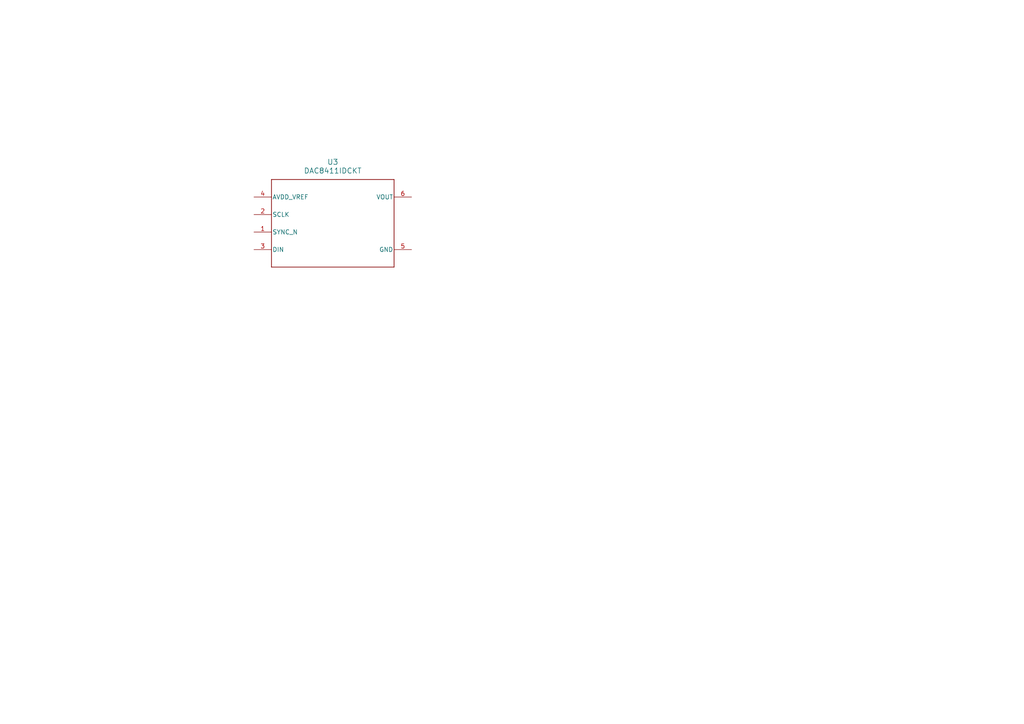
<source format=kicad_sch>
(kicad_sch (version 20231120) (generator "eeschema") (generator_version "8.0")
  (paper "A4")
  (lib_symbols
    (symbol "2024-11-07_20-21-14:DAC8411IDCKT" (pin_names (offset 0.254))
      (property "Reference" "U" (at 0 2.54 0))
      (property "Value" "DAC8411IDCKT" (at 0 0 0))
      (symbol "DAC8411IDCKT_1_1"
        (polyline (pts (xy -17.78 -12.7) (xy 17.78 -12.7)) (stroke (width 0.2032)))
        (polyline (pts (xy -17.78 12.7) (xy -17.78 -12.7)) (stroke (width 0.2032)))
        (polyline (pts (xy 17.78 -12.7) (xy 17.78 12.7)) (stroke (width 0.2032)))
        (polyline (pts (xy 17.78 12.7) (xy -17.78 12.7)) (stroke (width 0.2032)))
        (pin input line (at -22.86 -2.54 0) (length 5.08) (name "SYNC_N") (number "1"))
        (pin input line (at -22.86 2.54 0) (length 5.08) (name "SCLK") (number "2"))
        (pin input line (at -22.86 -7.62 0) (length 5.08) (name "DIN") (number "3"))
        (pin power_in line (at -22.86 7.62 0) (length 5.08) (name "AVDD_VREF") (number "4"))
        (pin power_in line (at 22.86 -7.62 180) (length 5.08) (name "GND") (number "5"))
        (pin output line (at 22.86 7.62 180) (length 5.08) (name "VOUT") (number "6"))
      )
    )
  )
  (symbol (lib_id "2024-11-07_20-21-14:DAC8411IDCKT") (at 96.52 64.77 0) (unit 1)
    (property "Reference" "U3" (at 96.52 46.99 0) (effects (font (size 1.524 1.524))))
    (property "Value" "DAC8411IDCKT" (at 96.52 49.53 0) (effects (font (size 1.524 1.524))))
    (property "Footprint" "DCK0006A_N" (effects (hide yes)))
    (property "Datasheet" "DAC8411IDCKT" (effects (hide yes)))
  )
)
</source>
